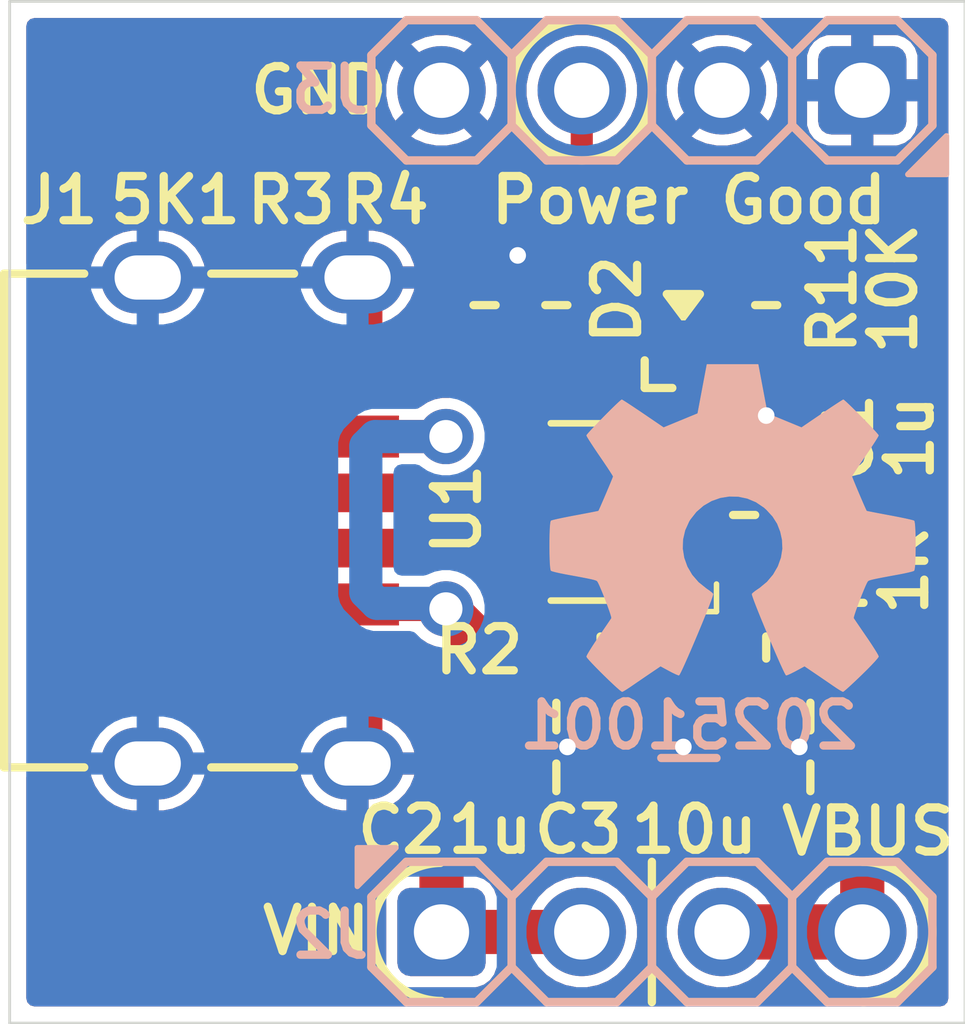
<source format=kicad_pcb>
(kicad_pcb (version 20241229) (generator "pcbnew") (generator_version "9.0")
  (layers (0 "F.Cu" mixed) (2 "B.Cu" mixed) (13 "F.Paste" user) (15 "B.Paste" user) (5 "F.SilkS" user "F.Silkscreen") (7 "B.SilkS" user "B.Silkscreen") (1 "F.Mask" user) (3 "B.Mask" user) (25 "Edge.Cuts" user))
  (net 0 "")
  (net 1 "GND")
  (net 2 "/VDD")
  (net 3 "/VBUS")
  (net 4 "Net-(D2-A)")
  (net 5 "/PG")
  (net 6 "/VIN")
  (net 7 "/CC2")
  (net 8 "/CC1")
  (net 9 "Net-(U1-CFG)")
  (footprint "SquantorCapacitor:C_0805+0603" (layer "F.Cu") (at 102.4 49.6 -90)
    (property "Reference" "C1" (at -1.4 -1.5 90) (layer "F.SilkS") (effects (font (size 0.8 0.8))))
    (property "Value" "1u" (at -1.4 -2.6 90) (layer "F.SilkS") (effects (font (size 0.8 0.8))))
    (fp_line (start 0 0.6) (end 0 0.2) (stroke (width 0.15)) (layer "F.SilkS"))
    (fp_line (start 0 -0.6) (end 0 -0.2) (stroke (width 0.15)) (layer "F.SilkS"))
    (pad "1" smd roundrect (at -0.95 0 270) (size 1.3 1.35) (layers "F.Cu" "F.Mask" "F.Paste") (roundrect_rratio 0.2) (net 1 "GND"))
    (pad "2" smd roundrect (at 0.95 0 270) (size 1.3 1.35) (layers "F.Cu" "F.Mask" "F.Paste") (roundrect_rratio 0.2) (net 2 "/VDD"))
  )
  (footprint "SquantorResistor:R_0603_hand" (layer "F.Cu") (at 98.6 45.8 90)
    (property "Reference" "R4" (at 1.9 -3.1 180) (layer "F.SilkS") (effects (font (size 0.8 0.8))))
    (property "Value" "5K1")
    (fp_line (start 0 -0.2) (end 0 0.2) (stroke (width 0.15)) (layer "F.SilkS"))
    (pad "1" smd roundrect (at -0.9 0 90) (size 0.8 0.9) (layers "F.Cu" "F.Mask" "F.Paste") (roundrect_rratio 0.1428571429) (net 7 "/CC2"))
    (pad "2" smd roundrect (at 0.9 0 90) (size 0.8 0.9) (layers "F.Cu" "F.Mask" "F.Paste") (roundrect_rratio 0.1428571429) (net 1 "GND"))
  )
  (footprint "SquantorCapacitor:C_1206_0805" (layer "F.Cu") (at 103.2 53.8 180)
    (property "Reference" "C3" (at 4.2 -1.5 0) (layer "F.SilkS") (effects (font (size 0.8 0.8))))
    (property "Value" "10u" (at 2.1 -1.5 0) (layer "F.SilkS") (effects (font (size 0.8 0.8))))
    (fp_line (start 0 0.8) (end 0 0.3) (stroke (width 0.15)) (layer "F.SilkS"))
    (fp_line (start 0 -0.8) (end 0 -0.3) (stroke (width 0.15)) (layer "F.SilkS"))
    (pad "1" smd roundrect (at -1.25 0 180) (size 1.5 1.6) (layers "F.Cu" "F.Mask" "F.Paste") (net 3 "/VBUS"))
    (pad "2" smd roundrect (at 1.25 0 180) (size 1.5 1.6) (layers "F.Cu" "F.Mask" "F.Paste") (net 1 "GND"))
  )
  (footprint "SquantorDiodes:LED_0603_hand" (layer "F.Cu") (at 100.9 45.8 90)
    (property "Reference" "D2" (at 0.1 -1.2 270) (layer "F.SilkS") (effects (font (size 0.8 0.8))))
    (property "Value" "Power Good" (at 1.9 0.1 180) (layer "F.SilkS") (effects (font (size 0.8 0.8))))
    (fp_line (start -1.5 -0.7) (end -1 -0.7) (stroke (width 0.15)) (layer "F.SilkS"))
    (fp_line (start -1.5 -0.7) (end -1.5 -0.2) (stroke (width 0.15)) (layer "F.SilkS"))
    (fp_poly (pts (xy -0.2 0) (xy 0.2 -0.3) (xy 0.2 0.3)) (stroke (width 0.15)) (fill yes) (layer "F.SilkS"))
    (pad "1" smd roundrect (at -0.85 0 90) (size 0.7 0.9) (layers "F.Cu" "F.Mask" "F.Paste") (roundrect_rratio 0.2) (net 5 "/PG"))
    (pad "2" smd roundrect (at 0.85 0 90) (size 0.7 0.9) (layers "F.Cu" "F.Mask" "F.Paste") (roundrect_rratio 0.2) (net 4 "Net-(D2-A)"))
  )
  (footprint "SquantorResistor:R_0603_hand" (layer "F.Cu") (at 97.3 45.8 90)
    (property "Reference" "R3" (at 1.9 -3.5 180) (layer "F.SilkS") (effects (font (size 0.8 0.8))))
    (property "Value" "5K1" (at 1.9 -5.6 180) (layer "F.SilkS") (effects (font (size 0.8 0.8))))
    (fp_line (start 0 -0.2) (end 0 0.2) (stroke (width 0.15)) (layer "F.SilkS"))
    (pad "1" smd roundrect (at -0.9 0 90) (size 0.8 0.9) (layers "F.Cu" "F.Mask" "F.Paste") (roundrect_rratio 0.1428571429) (net 8 "/CC1"))
    (pad "2" smd roundrect (at 0.9 0 90) (size 0.8 0.9) (layers "F.Cu" "F.Mask" "F.Paste") (roundrect_rratio 0.1428571429) (net 1 "GND"))
  )
  (footprint "SquantorCapacitor:C_1206_0805" (layer "F.Cu") (at 98.6 53.8)
    (property "Reference" "C2" (at -2.8 1.5 0) (layer "F.SilkS") (effects (font (size 0.8 0.8))))
    (property "Value" "1u" (at -1.2 1.5 0) (layer "F.SilkS") (effects (font (size 0.8 0.8))))
    (fp_line (start 0 -0.8) (end 0 -0.3) (stroke (width 0.15)) (layer "F.SilkS"))
    (fp_line (start 0 0.8) (end 0 0.3) (stroke (width 0.15)) (layer "F.SilkS"))
    (pad "1" smd roundrect (at -1.25 0) (size 1.5 1.6) (layers "F.Cu" "F.Mask" "F.Paste") (net 6 "/VIN"))
    (pad "2" smd roundrect (at 1.25 0) (size 1.5 1.6) (layers "F.Cu" "F.Mask" "F.Paste") (net 1 "GND"))
  )
  (footprint "SquantorUsb:USB-C-HRO-31-M-17_aisler" (layer "F.Cu") (at 95.15 49.7 -90)
    (property "Reference" "J1" (at -5.8 5.55 180) (layer "F.SilkS") (effects (font (size 0.8 0.8))))
    (property "Value" "USB-C_PD")
    (fp_line (start -4.47 6.55) (end 4.47 6.55) (stroke (width 0.15)) (layer "F.SilkS"))
    (fp_line (start -4.47 6.55) (end -4.47 5.1) (stroke (width 0.15)) (layer "F.SilkS"))
    (fp_line (start 4.47 6.55) (end 4.47 5.1) (stroke (width 0.15)) (layer "F.SilkS"))
    (fp_line (start -4.47 2.8) (end -4.47 1.3) (stroke (width 0.15)) (layer "F.SilkS"))
    (fp_line (start 4.47 2.8) (end 4.47 1.3) (stroke (width 0.15)) (layer "F.SilkS"))
    (pad "A5" smd rect (at -0.5 0 270) (size 0.7 1.2) (layers "F.Cu" "F.Mask" "F.Paste") (net 8 "/CC1"))
    (pad "A9" smd rect (at 1.52 0 270) (size 0.76 1.2) (layers "F.Cu" "F.Mask" "F.Paste") (net 6 "/VIN"))
    (pad "A12" smd rect (at 2.75 0 270) (size 0.8 1.2) (layers "F.Cu" "F.Mask" "F.Paste") (net 1 "GND"))
    (pad "B5" smd rect (at 0.5 0 270) (size 0.7 1.2) (layers "F.Cu" "F.Mask" "F.Paste") (net 7 "/CC2"))
    (pad "B9" smd rect (at -1.52 0 270) (size 0.76 1.2) (layers "F.Cu" "F.Mask" "F.Paste") (net 6 "/VIN"))
    (pad "B12" smd rect (at -2.75 0 270) (size 0.8 1.2) (layers "F.Cu" "F.Mask" "F.Paste") (net 1 "GND"))
    (pad "S" thru_hole oval (at -4.4 0.15 270) (size 1.3 1.7) (drill oval 0.8 1.2) (layers "*.Cu" "*.Mask") (net 1 "GND"))
    (pad "S" thru_hole oval (at -4.4 3.95 270) (size 1.3 1.7) (drill oval 0.8 1.2) (layers "*.Cu" "*.Mask") (net 1 "GND"))
    (pad "S" thru_hole oval (at 4.4 0.15 270) (size 1.3 1.7) (drill oval 0.8 1.2) (layers "*.Cu" "*.Mask") (net 1 "GND"))
    (pad "S" thru_hole oval (at 4.4 3.95 270) (size 1.3 1.7) (drill oval 0.8 1.2) (layers "*.Cu" "*.Mask") (net 1 "GND"))
  )
  (footprint "SquantorIC:SOT23-6-HAND" (layer "F.Cu") (at 99.4 49.55 180)
    (property "Reference" "U1" (at 2.6 0.05 90) (layer "F.SilkS") (effects (font (size 0.8 0.8))))
    (property "Value" "CH221K")
    (fp_line (start 0.9 -1.6) (end -0.9 -1.6) (stroke (width 0.12)) (layer "F.SilkS"))
    (fp_line (start -0.9 1.61) (end 0.9 1.61) (stroke (width 0.12)) (layer "F.SilkS"))
    (fp_line (start -2.1 -1.8) (end -1.6 -1.8) (stroke (width 0.1)) (layer "F.SilkS"))
    (fp_line (start -2.1 -1.8) (end -2.1 -1.3) (stroke (width 0.1)) (layer "F.SilkS"))
    (pad "1" smd roundrect (at -1.2 -0.95 180) (size 1.2 0.65) (layers "F.Cu" "F.Mask" "F.Paste") (roundrect_rratio 0.2) (net 2 "/VDD"))
    (pad "2" smd roundrect (at -1.2 0 180) (size 1.2 0.65) (layers "F.Cu" "F.Mask" "F.Paste") (roundrect_rratio 0.2) (net 1 "GND"))
    (pad "3" smd roundrect (at -1.2 0.95 180) (size 1.2 0.65) (layers "F.Cu" "F.Mask" "F.Paste") (roundrect_rratio 0.2) (net 5 "/PG"))
    (pad "4" smd roundrect (at 1.2 0.95 180) (size 1.2 0.65) (layers "F.Cu" "F.Mask" "F.Paste") (roundrect_rratio 0.2) (net 8 "/CC1"))
    (pad "5" smd roundrect (at 1.2 0 180) (size 1.2 0.65) (layers "F.Cu" "F.Mask" "F.Paste") (roundrect_rratio 0.2) (net 7 "/CC2"))
    (pad "6" smd roundrect (at 1.2 -0.95 180) (size 1.2 0.65) (layers "F.Cu" "F.Mask" "F.Paste") (roundrect_rratio 0.2) (net 9 "Net-(U1-CFG)"))
  )
  (footprint "SquantorResistor:R_0603_hand" (layer "F.Cu") (at 102.4 52 180)
    (property "Reference" "R1" (at -1.4 1.4 90) (layer "F.SilkS") (effects (font (size 0.8 0.8))))
    (property "Value" "1K" (at -2.5 1.4 90) (layer "F.SilkS") (effects (font (size 0.8 0.8))))
    (fp_line (start 0 -0.2) (end 0 0.2) (stroke (width 0.15)) (layer "F.SilkS"))
    (pad "1" smd roundrect (at -0.9 0 180) (size 0.8 0.9) (layers "F.Cu" "F.Mask" "F.Paste") (roundrect_rratio 0.1428571429) (net 3 "/VBUS"))
    (pad "2" smd roundrect (at 0.9 0 180) (size 0.8 0.9) (layers "F.Cu" "F.Mask" "F.Paste") (roundrect_rratio 0.1428571429) (net 2 "/VDD"))
  )
  (footprint "SquantorResistor:R_0603_hand" (layer "F.Cu") (at 99.4 52)
    (property "Reference" "R2" (at -2.2 0.05 0) (layer "F.SilkS") (effects (font (size 0.8 0.8))))
    (property "Value" "RSET")
    (fp_line (start 0 -0.2) (end 0 0.2) (stroke (width 0.15)) (layer "F.SilkS"))
    (pad "1" smd roundrect (at -0.9 0) (size 0.8 0.9) (layers "F.Cu" "F.Mask" "F.Paste") (roundrect_rratio 0.1428571429) (net 9 "Net-(U1-CFG)"))
    (pad "2" smd roundrect (at 0.9 0) (size 0.8 0.9) (layers "F.Cu" "F.Mask" "F.Paste") (roundrect_rratio 0.1428571429) (net 2 "/VDD"))
  )
  (footprint "SquantorResistor:R_0603_hand" (layer "F.Cu") (at 102.4 45.8 90)
    (property "Reference" "R11" (at 0.3 1.2 90) (layer "F.SilkS") (effects (font (size 0.8 0.8))))
    (property "Value" "10K" (at 0.3 2.3 90) (layer "F.SilkS") (effects (font (size 0.8 0.8))))
    (fp_line (start 0 -0.2) (end 0 0.2) (stroke (width 0.15)) (layer "F.SilkS"))
    (pad "1" smd roundrect (at -0.9 0 90) (size 0.8 0.9) (layers "F.Cu" "F.Mask" "F.Paste") (roundrect_rratio 0.1428571429) (net 2 "/VDD"))
    (pad "2" smd roundrect (at 0.9 0 90) (size 0.8 0.9) (layers "F.Cu" "F.Mask" "F.Paste") (roundrect_rratio 0.1428571429) (net 4 "Net-(D2-A)"))
  )
  (footprint "SquantorLabels:Label_Generic" (layer "B.Cu") (at 101 53.4 180)
    (property "Reference" "N1" (hide yes))
    (property "Value" "20251001" (at 0 -0.0125 0) (layer "B.SilkS") (effects (font (size 0.8 0.8)) (justify mirror)))
    (fp_line (start -0.5 -0.6) (end 0.5 -0.6) (stroke (width 0.15)) (layer "B.SilkS"))
  )
  (footprint "Symbol:OSHW-Symbol_6.7x6mm_SilkScreen" (layer "B.Cu") (at 101.8 49.85 180)
    (property "Reference" "N2" (hide yes))
    (property "Value" "OHWLOGO" (hide yes))
    (fp_poly (pts (xy 0.555814 2.531069) (xy 0.639635 2.086445) (xy 0.94892 1.958947) (xy 1.258206 1.831449) (xy 1.629246 2.083754) (xy 1.733157 2.154004) (xy 1.827087 2.216728) (xy 1.906652 2.269062) (xy 1.96747 2.308143) (xy 2.005157 2.331107) (xy 2.015421 2.336058) (xy 2.03391 2.323324) (xy 2.07342 2.288118) (xy 2.129522 2.234938) (xy 2.197787 2.168282) (xy 2.273786 2.092646) (xy 2.353092 2.012528) (xy 2.431275 1.932426) (xy 2.503907 1.856836) (xy 2.566559 1.790255) (xy 2.614803 1.737182) (xy 2.64421 1.702113) (xy 2.651241 1.690377) (xy 2.641123 1.66874) (xy 2.612759 1.621338) (xy 2.569129 1.552807) (xy 2.513218 1.467785) (xy 2.448006 1.370907) (xy 2.410219 1.31565) (xy 2.341343 1.214752) (xy 2.28014 1.123701) (xy 2.229578 1.04703) (xy 2.192628 0.989272) (xy 2.172258 0.954957) (xy 2.169197 0.947746) (xy 2.176136 0.927252) (xy 2.195051 0.879487) (xy 2.223087 0.811168) (xy 2.257391 0.729011) (xy 2.295109 0.63973) (xy 2.333387 0.550042) (xy 2.36937 0.466662) (xy 2.400206 0.396306) (xy 2.423039 0.34569) (xy 2.435017 0.321529) (xy 2.435724 0.320578) (xy 2.454531 0.315964) (xy 2.504618 0.305672) (xy 2.580793 0.290713) (xy 2.677865 0.272099) (xy 2.790643 0.250841) (xy 2.856442 0.238582) (xy 2.97695 0.215638) (xy 3.085797 0.193805) (xy 3.177476 0.174278) (xy 3.246481 0.158252) (xy 3.287304 0.146921) (xy 3.295511 0.143326) (xy 3.303548 0.118994) (xy 3.310033 0.064041) (xy 3.31497 -0.015108) (xy 3.318364 -0.112026) (xy 3.320218 -0.220287) (xy 3.320538 -0.333465) (xy 3.319327 -0.445135) (xy 3.31659 -0.548868) (xy 3.312331 -0.638241) (xy 3.306555 -0.706826) (xy 3.299267 -0.748197) (xy 3.294895 -0.75681) (xy 3.268764 -0.767133) (xy 3.213393 -0.781892) (xy 3.136107 -0.799352) (xy 3.04423 -0.81778) (xy 3.012158 -0.823741) (xy 2.857524 -0.852066) (xy 2.735375 -0.874876) (xy 2.641673 -0.89308) (xy 2.572384 -0.907583) (xy 2.523471 -0.919292) (xy 2.490897 -0.929115) (xy 2.470628 -0.937956) (xy 2.458626 -0.946724) (xy 2.456947 -0.948457) (xy 2.440184 -0.976371) (xy 2.414614 -1.030695) (xy 2.382788 -1.104777) (xy 2.34726 -1.191965) (xy 2.310583 -1.285608) (xy 2.275311 -1.379052) (xy 2.243996 -1.465647) (xy 2.219193 -1.53874) (xy 2.203454 -1.591678) (xy 2.199332 -1.617811) (xy 2.199676 -1.618726) (xy 2.213641 -1.640086) (xy 2.245322 -1.687084) (xy 2.291391 -1.754827) (xy 2.348518 -1.838423) (xy 2.413373 -1.932982) (xy 2.431843 -1.959854) (xy 2.497699 -2.057275) (xy 2.55565 -2.146163) (xy 2.602538 -2.221412) (xy 2.635207 -2.27792) (xy 2.6505 -2.310581) (xy 2.651241 -2.314593) (xy 2.638392 -2.335684) (xy 2.602888 -2.377464) (xy 2.549293 -2.435445) (xy 2.482171 -2.505135) (xy 2.406087 -2.582045) (xy 2.325604 -2.661683) (xy 2.245287 -2.739561) (xy 2.169699 -2.811186) (xy 2.103405 -2.87207) (xy 2.050969 -2.917721) (xy 2.016955 -2.94365) (xy 2.007545 -2.947883) (xy 1.985643 -2.937912) (xy 1.9408 -2.91102) (xy 1.880321 -2.871736) (xy 1.833789 -2.840117) (xy 1.749475 -2.782098) (xy 1.649626 -2.713784) (xy 1.549473 -2.645579) (xy 1.495627 -2.609075) (xy 1.313371 -2.4858) (xy 1.160381 -2.56852) (xy 1.090682 -2.604759) (xy 1.031414 -2.632926) (xy 0.991311 -2.648991) (xy 0.981103 -2.651226) (xy 0.968829 -2.634722) (xy 0.944613 -2.588082) (xy 0.910263 -2.515609) (xy 0.867588 -2.421606) (xy 0.818394 -2.310374) (xy 0.76449 -2.186215) (xy 0.707684 -2.053432) (xy 0.649782 -1.916327) (xy 0.592593 -1.779202) (xy 0.537924 -1.646358) (xy 0.487584 -1.522098) (xy 0.44338 -1.410725) (xy 0.407119 -1.316539) (xy 0.380609 -1.243844) (xy 0.365658 -1.196941) (xy 0.363254 -1.180833) (xy 0.382311 -1.160286) (xy 0.424036 -1.126933) (xy 0.479706 -1.087702) (xy 0.484378 -1.084599) (xy 0.628264 -0.969423) (xy 0.744283 -0.835053) (xy 0.83143 -0.685784) (xy 0.888699 -0.525913) (xy 0.915086 -0.359737) (xy 0.909585 -0.191552) (xy 0.87119 -0.025655) (xy 0.798895 0.133658) (xy 0.777626 0.168513) (xy 0.666996 0.309263) (xy 0.536302 0.422286) (xy 0.390064 0.506997) (xy 0.232808 0.562806) (xy 0.069057 0.589126) (xy -0.096667 0.58537) (xy -0.259838 0.55095) (xy -0.415935 0.485277) (xy -0.560433 0.387765) (xy -0.605131 0.348187) (xy -0.718888 0.224297) (xy -0.801782 0.093876) (xy -0.858644 -0.052315) (xy -0.890313 -0.197088) (xy -0.898131 -0.35986) (xy -0.872062 -0.52344) (xy -0.814755 -0.682298) (xy -0.728856 -0.830906) (xy -0.617014 -0.963735) (xy -0.481877 -1.075256) (xy -0.464117 -1.087011) (xy -0.40785 -1.125508) (xy -0.365077 -1.158863) (xy -0.344628 -1.18016) (xy -0.344331 -1.180833) (xy -0.348721 -1.203871) (xy -0.366124 -1.256157) (xy -0.394732 -1.33339) (xy -0.432735 -1.431268) (xy -0.478326 -1.545491) (xy -0.529697 -1.671758) (xy -0.585038 -1.805767) (xy -0.642542 -1.943218) (xy -0.700399 -2.079808) (xy -0.756802 -2.211237) (xy -0.809942 -2.333205) (xy -0.85801 -2.441409) (xy -0.899199 -2.531549) (xy -0.931699 -2.599323) (xy -0.953703 -2.64043) (xy -0.962564 -2.651226) (xy -0.98964 -2.642819) (xy -1.040303 -2.620272) (xy -1.105817 -2.587613) (xy -1.141841 -2.56852) (xy -1.294832 -2.4858) (xy -1.477088 -2.609075) (xy -1.570125 -2.672228) (xy -1.671985 -2.741727) (xy -1.767438 -2.807165) (xy -1.81525 -2.840117) (xy -1.882495 -2.885273) (xy -1.939436 -2.921057) (xy -1.978646 -2.942938) (xy -1.991381 -2.947563) (xy -2.009917 -2.935085) (xy -2.050941 -2.900252) (xy -2.110475 -2.846678) (xy -2.184542 -2.777983) (xy -2.269165 -2.697781) (xy -2.322685 -2.646286) (xy -2.416319 -2.554286) (xy -2.497241 -2.471999) (xy -2.562177 -2.402945) (xy -2.607858 -2.350644) (xy -2.631011 -2.318616) (xy -2.633232 -2.312116) (xy -2.622924 -2.287394) (xy -2.594439 -2.237405) (xy -2.550937 -2.167212) (xy -2.495577 -2.081875) (xy -2.43152 -1.986456) (xy -2.413303 -1.959854) (xy -2.346927 -1.863167) (xy -2.287378 -1.776117) (xy -2.237984 -1.703595) (xy -2.202075 -1.650493) (xy -2.182981 -1.621703) (xy -2.181136 -1.618726) (xy -2.183895 -1.595782) (xy -2.198538 -1.545336) (xy -2.222513 -1.474041) (xy -2.253266 -1.388547) (xy -2.288244 -1.295507) (xy -2.324893 -1.201574) (xy -2.360661 -1.113399) (xy -2.392994 -1.037634) (xy -2.419338 -0.980931) (xy -2.437142 -0.949943) (xy -2.438407 -0.948457) (xy -2.449294 -0.939601) (xy -2.467682 -0.930843) (xy -2.497606 -0.921277) (xy -2.543103 -0.909996) (xy -2.608209 -0.896093) (xy -2.696961 -0.878663) (xy -2.813393 -0.856798) (xy -2.961542 -0.829591) (xy -2.993618 -0.823741) (xy -3.088686 -0.805374) (xy -3.171565 -0.787405) (xy -3.23493 -0.771569) (xy -3.271458 -0.7596) (xy -3.276356 -0.75681) (xy -3.284427 -0.732072) (xy -3.290987 -0.67679) (xy -3.296033 -0.597389) (xy -3.299559 -0.500296) (xy -3.301561 -0.391938) (xy -3.302036 -0.27874) (xy -3.300977 -0.167128) (xy -3.298382 -0.063529) (xy -3.294246 0.025632) (xy -3.288563 0.093928) (xy -3.281331 0.134934) (xy -3.276971 0.143326) (xy -3.252698 0.151792) (xy -3.197426 0.165565) (xy -3.116662 0.18345) (xy -3.015912 0.204252) (xy -2.900683 0.226777) (xy -2.837902 0.238582) (xy -2.718787 0.260849) (xy -2.612565 0.281021) (xy -2.524427 0.298085) (xy -2.459566 0.311031) (xy -2.423174 0.318845) (xy -2.417184 0.320578) (xy -2.407061 0.34011) (xy -2.385662 0.387157) (xy -2.355839 0.454997) (xy -2.320445 0.536909) (xy -2.282332 0.626172) (xy -2.244353 0.716065) (xy -2.20936 0.799865) (xy -2.180206 0.870853) (xy -2.159743 0.922306) (xy -2.150823 0.947503) (xy -2.150657 0.948604) (xy -2.160769 0.968481) (xy -2.189117 1.014223) (xy -2.232723 1.081283) (xy -2.288606 1.165116) (xy -2.353787 1.261174) (xy -2.391679 1.31635) (xy -2.460725 1.417519) (xy -2.52205 1.50937) (xy -2.572663 1.587256) (xy -2.609571 1.646531) (xy -2.629782 1.682549) (xy -2.632701 1.690623) (xy -2.620153 1.709416) (xy -2.585463 1.749543) (xy -2.533063 1.806507) (xy -2.467384 1.875815) (xy -2.392856 1.952969) (xy -2.313913 2.033475) (xy -2.234983 2.112837) (xy -2.1605 2.18656) (xy -2.094894 2.250148) (xy -2.042596 2.299106) (xy -2.008039 2.328939) (xy -1.996478 2.336058) (xy -1.977654 2.326047) (xy -1.932631 2.297922) (xy -1.865787 2.254546) (xy -1.781499 2.198782) (xy -1.684144 2.133494) (xy -1.610707 2.083754) (xy -1.239667 1.831449) (xy -0.621095 2.086445) (xy -0.537275 2.531069) (xy -0.453454 2.975693) (xy 0.471994 2.975693) (xy 0.555814 2.531069)) (stroke (width 0.01)) (fill yes) (layer "B.SilkS"))
  )
  (footprint "SquantorConnectors:Header-0254-1X04-H010" (layer "B.Cu") (at 100.33 57.15)
    (property "Reference" "J2" (at -5.83 0.05 0) (layer "B.SilkS") (effects (font (size 0.8 0.8) (thickness 0.15) (bold yes)) (justify mirror)))
    (property "Value" "Conn_01x04")
    (fp_line (start -5.08 -0.635) (end -4.445 -1.27) (stroke (width 0.1524)) (layer "B.SilkS"))
    (fp_line (start -5.08 0.635) (end -5.08 -0.635) (stroke (width 0.1524)) (layer "B.SilkS"))
    (fp_line (start -4.445 1.27) (end -5.08 0.635) (stroke (width 0.1524)) (layer "B.SilkS"))
    (fp_line (start -4.445 1.27) (end -3.175 1.27) (stroke (width 0.1524)) (layer "B.SilkS"))
    (fp_line (start -3.175 -1.27) (end -4.445 -1.27) (stroke (width 0.1524)) (layer "B.SilkS"))
    (fp_line (start -3.175 1.27) (end -2.54 0.635) (stroke (width 0.1524)) (layer "B.SilkS"))
    (fp_line (start -2.54 -0.635) (end -3.175 -1.27) (stroke (width 0.1524)) (layer "B.SilkS"))
    (fp_line (start -2.54 0.635) (end -2.54 -0.635) (stroke (width 0.1524)) (layer "B.SilkS"))
    (fp_line (start -2.54 0.635) (end -1.905 1.27) (stroke (width 0.1524)) (layer "B.SilkS"))
    (fp_line (start -1.905 -1.27) (end -2.54 -0.635) (stroke (width 0.1524)) (layer "B.SilkS"))
    (fp_line (start -1.905 1.27) (end -0.635 1.27) (stroke (width 0.1524)) (layer "B.SilkS"))
    (fp_line (start -0.635 -1.27) (end -1.905 -1.27) (stroke (width 0.1524)) (layer "B.SilkS"))
    (fp_line (start -0.635 1.27) (end 0 0.635) (stroke (width 0.1524)) (layer "B.SilkS"))
    (fp_line (start 0 -0.635) (end -0.635 -1.27) (stroke (width 0.1524)) (layer "B.SilkS"))
    (fp_line (start 0 0.635) (end 0 -0.635) (stroke (width 0.1524)) (layer "B.SilkS"))
    (fp_line (start 0 0.635) (end 0.635 1.27) (stroke (width 0.1524)) (layer "B.SilkS"))
    (fp_line (start 0.635 -1.27) (end 0 -0.635) (stroke (width 0.1524)) (layer "B.SilkS"))
    (fp_line (start 0.635 1.27) (end 1.905 1.27) (stroke (width 0.1524)) (layer "B.SilkS"))
    (fp_line (start 1.905 -1.27) (end 0.635 -1.27) (stroke (width 0.1524)) (layer "B.SilkS"))
    (fp_line (start 1.905 1.27) (end 2.54 0.635) (stroke (width 0.1524)) (layer "B.SilkS"))
    (fp_line (start 2.54 -0.635) (end 1.905 -1.27) (stroke (width 0.1524)) (layer "B.SilkS"))
    (fp_line (start 2.54 -0.635) (end 3.175 -1.27) (stroke (width 0.1524)) (layer "B.SilkS"))
    (fp_line (start 2.54 0.635) (end 2.54 -0.635) (stroke (width 0.1524)) (layer "B.SilkS"))
    (fp_line (start 3.175 1.27) (end 2.54 0.635) (stroke (width 0.1524)) (layer "B.SilkS"))
    (fp_line (start 3.175 1.27) (end 4.445 1.27) (stroke (width 0.1524)) (layer "B.SilkS"))
    (fp_line (start 4.445 -1.27) (end 3.175 -1.27) (stroke (width 0.1524)) (layer "B.SilkS"))
    (fp_line (start 4.445 1.27) (end 5.08 0.635) (stroke (width 0.1524)) (layer "B.SilkS"))
    (fp_line (start 5.08 -0.635) (end 4.445 -1.27) (stroke (width 0.1524)) (layer "B.SilkS"))
    (fp_line (start 5.08 0.635) (end 5.08 -0.635) (stroke (width 0.1524)) (layer "B.SilkS"))
    (fp_poly (pts (xy -5.334 -0.8255) (xy -5.334 -1.524) (xy -4.6355 -1.524)) (stroke (width 0.1)) (fill yes) (layer "B.SilkS"))
    (pad "1" thru_hole roundrect (at -3.81 0 180) (size 1.6 1.6) (drill 1) (layers "*.Cu" "*.Mask") (roundrect_rratio 0.15) (net 6 "/VIN"))
    (pad "2" thru_hole circle (at -1.27 0 180) (size 1.6 1.6) (drill 1) (layers "*.Cu" "*.Mask") (net 6 "/VIN"))
    (pad "3" thru_hole circle (at 1.27 0 180) (size 1.6 1.6) (drill 1) (layers "*.Cu" "*.Mask") (net 3 "/VBUS"))
    (pad "4" thru_hole circle (at 3.81 0 180) (size 1.6 1.6) (drill 1) (layers "*.Cu" "*.Mask") (net 3 "/VBUS"))
  )
  (footprint "SquantorConnectors:Header-0254-1X04-H010" (layer "B.Cu") (at 100.33 41.91 180)
    (property "Reference" "J3" (at 5.83 0.01 0) (layer "B.SilkS") (effects (font (size 0.8 0.8) (thickness 0.15) (bold yes)) (justify mirror)))
    (property "Value" "Conn_01x04")
    (fp_line (start 5.08 0.635) (end 5.08 -0.635) (stroke (width 0.1524)) (layer "B.SilkS"))
    (fp_line (start 5.08 -0.635) (end 4.445 -1.27) (stroke (width 0.1524)) (layer "B.SilkS"))
    (fp_line (start 4.445 1.27) (end 5.08 0.635) (stroke (width 0.1524)) (layer "B.SilkS"))
    (fp_line (start 4.445 -1.27) (end 3.175 -1.27) (stroke (width 0.1524)) (layer "B.SilkS"))
    (fp_line (start 3.175 1.27) (end 4.445 1.27) (stroke (width 0.1524)) (layer "B.SilkS"))
    (fp_line (start 3.175 1.27) (end 2.54 0.635) (stroke (width 0.1524)) (layer "B.SilkS"))
    (fp_line (start 2.54 0.635) (end 2.54 -0.635) (stroke (width 0.1524)) (layer "B.SilkS"))
    (fp_line (start 2.54 -0.635) (end 3.175 -1.27) (stroke (width 0.1524)) (layer "B.SilkS"))
    (fp_line (start 2.54 -0.635) (end 1.905 -1.27) (stroke (width 0.1524)) (layer "B.SilkS"))
    (fp_line (start 1.905 1.27) (end 2.54 0.635) (stroke (width 0.1524)) (layer "B.SilkS"))
    (fp_line (start 1.905 -1.27) (end 0.635 -1.27) (stroke (width 0.1524)) (layer "B.SilkS"))
    (fp_line (start 0.635 1.27) (end 1.905 1.27) (stroke (width 0.1524)) (layer "B.SilkS"))
    (fp_line (start 0.635 -1.27) (end 0 -0.635) (stroke (width 0.1524)) (layer "B.SilkS"))
    (fp_line (start 0 0.635) (end 0.635 1.27) (stroke (width 0.1524)) (layer "B.SilkS"))
    (fp_line (start 0 0.635) (end 0 -0.635) (stroke (width 0.1524)) (layer "B.SilkS"))
    (fp_line (start 0 -0.635) (end -0.635 -1.27) (stroke (width 0.1524)) (layer "B.SilkS"))
    (fp_line (start -0.635 1.27) (end 0 0.635) (stroke (width 0.1524)) (layer "B.SilkS"))
    (fp_line (start -0.635 -1.27) (end -1.905 -1.27) (stroke (width 0.1524)) (layer "B.SilkS"))
    (fp_line (start -1.905 1.27) (end -0.635 1.27) (stroke (width 0.1524)) (layer "B.SilkS"))
    (fp_line (start -1.905 -1.27) (end -2.54 -0.635) (stroke (width 0.1524)) (layer "B.SilkS"))
    (fp_line (start -2.54 0.635) (end -1.905 1.27) (stroke (width 0.1524)) (layer "B.SilkS"))
    (fp_line (start -2.54 0.635) (end -2.54 -0.635) (stroke (width 0.1524)) (layer "B.SilkS"))
    (fp_line (start -2.54 -0.635) (end -3.175 -1.27) (stroke (width 0.1524)) (layer "B.SilkS"))
    (fp_line (start -3.175 1.27) (end -2.54 0.635) (stroke (width 0.1524)) (layer "B.SilkS"))
    (fp_line (start -3.175 -1.27) (end -4.445 -1.27) (stroke (width 0.1524)) (layer "B.SilkS"))
    (fp_line (start -4.445 1.27) (end -3.175 1.27) (stroke (width 0.1524)) (layer "B.SilkS"))
    (fp_line (start -4.445 1.27) (end -5.08 0.635) (stroke (width 0.1524)) (layer "B.SilkS"))
    (fp_line (start -5.08 0.635) (end -5.08 -0.635) (stroke (width 0.1524)) (layer "B.SilkS"))
    (fp_line (start -5.08 -0.635) (end -4.445 -1.27) (stroke (width 0.1524)) (layer "B.SilkS"))
    (fp_poly (pts (xy -5.334 -0.8255) (xy -5.334 -1.524) (xy -4.6355 -1.524)) (stroke (width 0.1)) (fill yes) (layer "B.SilkS"))
    (pad "1" thru_hole roundrect (at -3.81 0) (size 1.6 1.6) (drill 1) (layers "*.Cu" "*.Mask") (roundrect_rratio 0.15) (net 1 "GND"))
    (pad "2" thru_hole circle (at -1.27 0) (size 1.6 1.6) (drill 1) (layers "*.Cu" "*.Mask") (net 1 "GND"))
    (pad "3" thru_hole circle (at 1.27 0) (size 1.6 1.6) (drill 1) (layers "*.Cu" "*.Mask") (net 5 "/PG"))
    (pad "4" thru_hole circle (at 3.81 0) (size 1.6 1.6) (drill 1) (layers "*.Cu" "*.Mask") (net 1 "GND"))
  )
  (gr_arc (start 96.52 58.40016) (mid 95.26988 57.16) (end 96.5 55.9) (stroke (width 0.15)) (layer "F.SilkS"))
  (gr_arc (start 104.14 55.88) (mid 105.41 57.15) (end 104.14 58.42) (stroke (width 0.15)) (layer "F.SilkS"))
  (gr_line (start 100.33 55.88) (end 100.33 58.42) (stroke (width 0.15)) (layer "F.SilkS"))
  (gr_circle (center 99.06 41.91) (end 100.33 41.91) (stroke (width 0.15)) (fill no) (layer "F.SilkS"))
  (gr_line (start 106 40.3) (end 106 58.8) (stroke (width 0.05)) (layer "Edge.Cuts"))
  (gr_line (start 106 58.8) (end 88.7 58.8) (stroke (width 0.05)) (layer "Edge.Cuts"))
  (gr_line (start 88.7 58.8) (end 88.7 40.3) (stroke (width 0.05)) (layer "Edge.Cuts"))
  (gr_line (start 88.7 40.3) (end 106 40.3) (stroke (width 0.05)) (layer "Edge.Cuts"))
  (gr_text "VBUS" (at 102.6 55.8 0) (layer "F.SilkS") (effects (font (size 0.8 0.8) (thickness 0.15) (bold yes)) (justify left bottom)))
  (gr_text "GND" (at 94.3 41.91 0) (layer "F.SilkS") (effects (font (size 0.8 0.8) (thickness 0.15) (bold yes))))
  (gr_text "VIN" (at 93.2 57.6 0) (layer "F.SilkS") (effects (font (size 0.8 0.8) (thickness 0.15) (bold yes)) (justify left bottom)))
  (segment (start 103 53.8) (end 101.95 53.8) (width 0.6) (layer "F.Cu") (net 1))
  (segment (start 95.15 46.95) (end 95.15 45.45) (width 0.6) (layer "F.Cu") (net 1))
  (segment (start 99.4 53.35) (end 99.4 49.9) (width 0.4) (layer "F.Cu") (net 1))
  (segment (start 99.4 49.9) (end 99.75 49.55) (width 0.4) (layer "F.Cu") (net 1))
  (segment (start 95.15 53.95) (end 95 54.1) (width 0.6) (layer "F.Cu") (net 1))
  (segment (start 100.9 53.8) (end 101.95 53.8) (width 0.6) (layer "F.Cu") (net 1))
  (segment (start 95.15 52.45) (end 95.15 53.95) (width 0.6) (layer "F.Cu") (net 1))
  (segment (start 99.75 49.55) (end 100.6 49.55) (width 0.4) (layer "F.Cu") (net 1))
  (segment (start 99.85 53.8) (end 99.4 53.35) (width 0.4) (layer "F.Cu") (net 1))
  (segment (start 98.8 53.8) (end 99.85 53.8) (width 0.6) (layer "F.Cu") (net 1))
  (segment (start 102.4 48.65) (end 101.5 49.55) (width 0.4) (layer "F.Cu") (net 1))
  (segment (start 102.4 47.8) (end 102.4 48.65) (width 0.6) (layer "F.Cu") (net 1))
  (segment (start 101.5 49.55) (end 100.6 49.55) (width 0.4) (layer "F.Cu") (net 1))
  (segment (start 100.9 53.8) (end 99.85 53.8) (width 0.6) (layer "F.Cu") (net 1))
  (via (at 102.4 47.8) (size 0.7) (drill 0.3) (layers "F.Cu" "B.Cu") (net 1))
  (via (at 98.8 53.8) (size 0.7) (drill 0.3) (layers "F.Cu" "B.Cu") (net 1))
  (via (at 103 53.8) (size 0.7) (drill 0.3) (layers "F.Cu" "B.Cu") (net 1))
  (via (at 97.9 44.9) (size 0.7) (drill 0.3) (layers "F.Cu" "B.Cu") (net 1))
  (via (at 100.9 53.8) (size 0.7) (drill 0.3) (layers "F.Cu" "B.Cu") (net 1))
  (segment (start 103.6 47.1) (end 103.2 46.7) (width 0.4) (layer "F.Cu") (net 2))
  (segment (start 100.625 50.525) (end 103.375 50.525) (width 0.4) (layer "F.Cu") (net 2))
  (segment (start 103.2 46.7) (end 102.4 46.7) (width 0.4) (layer "F.Cu") (net 2))
  (segment (start 100.25 52.05) (end 100.25 51.4) (width 0.2) (layer "F.Cu") (net 2))
  (segment (start 103.375 50.525) (end 103.6 50.3) (width 0.4) (layer "F.Cu") (net 2))
  (segment (start 102.4 51.7) (end 102.4 50.55) (width 0.4) (layer "F.Cu") (net 2))
  (segment (start 102.1 52) (end 102.4 51.7) (width 0.4) (layer "F.Cu") (net 2))
  (segment (start 103.6 50.3) (end 103.6 47.1) (width 0.4) (layer "F.Cu") (net 2))
  (segment (start 101.5 52) (end 102.1 52) (width 0.4) (layer "F.Cu") (net 2))
  (segment (start 100.25 51.4) (end 100.6 51.05) (width 0.2) (layer "F.Cu") (net 2))
  (segment (start 100.6 50.5) (end 100.625 50.525) (width 0.4) (layer "F.Cu") (net 2))
  (segment (start 100.6 51.05) (end 100.6 50.5) (width 0.2) (layer "F.Cu") (net 2))
  (segment (start 104.14 57.15) (end 104.14 55.56) (width 0.8) (layer "F.Cu") (net 3))
  (segment (start 103.3 52) (end 104.1 52) (width 0.8) (layer "F.Cu") (net 3))
  (segment (start 104.45 55.25) (end 104.45 53.8) (width 0.8) (layer "F.Cu") (net 3))
  (segment (start 104.14 55.56) (end 104.45 55.25) (width 0.8) (layer "F.Cu") (net 3))
  (segment (start 104.1 52) (end 104.45 52.35) (width 0.8) (layer "F.Cu") (net 3))
  (segment (start 101.6 57.15) (end 104.14 57.15) (width 1) (layer "F.Cu") (net 3))
  (segment (start 104.45 52.35) (end 104.45 53.8) (width 0.8) (layer "F.Cu") (net 3))
  (segment (start 100.9 44.95) (end 102.35 44.95) (width 0.2) (layer "F.Cu") (net 4))
  (segment (start 102.35 44.95) (end 102.4 44.9) (width 0.2) (layer "F.Cu") (net 4))
  (segment (start 100.9 47.6) (end 100.9 46.65) (width 0.4) (layer "F.Cu") (net 5))
  (segment (start 99.5 43.8) (end 99.06 43.36) (width 0.4) (layer "F.Cu") (net 5))
  (segment (start 99.65 46.65) (end 99.5 46.5) (width 0.4) (layer "F.Cu") (net 5))
  (segment (start 100.9 46.65) (end 99.65 46.65) (width 0.4) (layer "F.Cu") (net 5))
  (segment (start 99.5 46.5) (end 99.5 43.8) (width 0.4) (layer "F.Cu") (net 5))
  (segment (start 99.06 43.36) (end 99.06 41.91) (width 0.4) (layer "F.Cu") (net 5))
  (segment (start 100.6 47.9) (end 100.9 47.6) (width 0.4) (layer "F.Cu") (net 5))
  (segment (start 100.6 48.6) (end 100.6 47.9) (width 0.4) (layer "F.Cu") (net 5))
  (segment (start 97.35 53.8) (end 97.35 55.05) (width 0.8) (layer "F.Cu") (net 6))
  (segment (start 96.52 55.88) (end 96.52 57.15) (width 0.8) (layer "F.Cu") (net 6))
  (segment (start 97.35 55.05) (end 96.52 55.88) (width 0.8) (layer "F.Cu") (net 6))
  (segment (start 97.35 53.8) (end 97.35 52.05) (width 0.8) (layer "F.Cu") (net 6))
  (segment (start 96.52 57.15) (end 99.06 57.15) (width 0.8) (layer "F.Cu") (net 6))
  (segment (start 96.52 51.22) (end 96.6 51.3) (width 0.6) (layer "F.Cu") (net 6))
  (segment (start 95.15 51.22) (end 96.52 51.22) (width 0.6) (layer "F.Cu") (net 6))
  (segment (start 97.35 52.05) (end 96.6 51.3) (width 0.8) (layer "F.Cu") (net 6))
  (segment (start 96.6 48.18) (end 95.15 48.18) (width 0.6) (layer "F.Cu") (net 6))
  (via (at 96.6 48.18) (size 1) (drill 0.6) (layers "F.Cu" "B.Cu") (net 6))
  (via (at 96.6 51.3) (size 1) (drill 0.6) (layers "F.Cu" "B.Cu") (net 6))
  (segment (start 95.15 51) (end 95.35 51.2) (width 0.6) (layer "B.Cu") (net 6))
  (segment (start 95.15 48.35) (end 95.15 51) (width 0.6) (layer "B.Cu") (net 6))
  (segment (start 95.35 51.2) (end 96.5 51.2) (width 0.6) (layer "B.Cu") (net 6))
  (segment (start 95.32 48.18) (end 95.15 48.35) (width 0.6) (layer "B.Cu") (net 6))
  (segment (start 96.6 48.18) (end 95.32 48.18) (width 0.6) (layer "B.Cu") (net 6))
  (segment (start 96.5 51.2) (end 96.6 51.3) (width 0.6) (layer "B.Cu") (net 6))
  (segment (start 98.95 49.55) (end 98.2 49.55) (width 0.2) (layer "F.Cu") (net 7))
  (segment (start 98.6 46.65) (end 98.6 47.5) (width 0.2) (layer "F.Cu") (net 7))
  (segment (start 96.75 50.2) (end 97.4 49.55) (width 0.2) (layer "F.Cu") (net 7))
  (segment (start 99.1 48) (end 99.1 49.4) (width 0.2) (layer "F.Cu") (net 7))
  (segment (start 97.4 49.55) (end 98.2 49.55) (width 0.2) (layer "F.Cu") (net 7))
  (segment (start 95.15 50.2) (end 96.75 50.2) (width 0.2) (layer "F.Cu") (net 7))
  (segment (start 98.6 47.5) (end 99.1 48) (width 0.2) (layer "F.Cu") (net 7))
  (segment (start 99.1 49.4) (end 98.95 49.55) (width 0.2) (layer "F.Cu") (net 7))
  (segment (start 96.8 49.2) (end 95.15 49.2) (width 0.2) (layer "F.Cu") (net 8))
  (segment (start 98.2 48.1) (end 98.2 48.6) (width 0.2) (layer "F.Cu") (net 8))
  (segment (start 97.4 48.6) (end 96.8 49.2) (width 0.2) (layer "F.Cu") (net 8))
  (segment (start 98.2 48.6) (end 97.4 48.6) (width 0.2) (layer "F.Cu") (net 8))
  (segment (start 97.3 47.2) (end 98.2 48.1) (width 0.2) (layer "F.Cu") (net 8))
  (segment (start 97.3 46.65) (end 97.3 47.2) (width 0.2) (layer "F.Cu") (net 8))
  (segment (start 98.55 51.4) (end 98.2 51.05) (width 0.2) (layer "F.Cu") (net 9))
  (segment (start 98.2 51.05) (end 98.2 50.5) (width 0.2) (layer "F.Cu") (net 9))
  (segment (start 98.55 52.05) (end 98.55 51.4) (width 0.2) (layer "F.Cu") (net 9))
  (zone (net 0) (net_name "") (layer "F.Cu") (connect_pads (clearance 0)) (min_thickness 0.25)
    (keepout (tracks allowed) (vias allowed) (pads allowed) (copperpour not_allowed) (footprints allowed))
    (fill (thermal_gap 0.5) (thermal_bridge_width 0.5))
    (polygon (pts (xy 88.65 54.2) (xy 95.45 54.2) (xy 95.45 45.2) (xy 88.65 45.2)))
  )
  (zone (net 1) (net_name "GND") (layers "F.Cu" "B.Cu") (connect_pads (clearance 0.2)) (min_thickness 0.3) (fill yes (thermal_gap 0.2) (thermal_bridge_width 0.4))
    (polygon (pts (xy 88.7 40.3) (xy 106 40.3) (xy 106 58.8) (xy 88.7 58.8)))
  )
)
</source>
